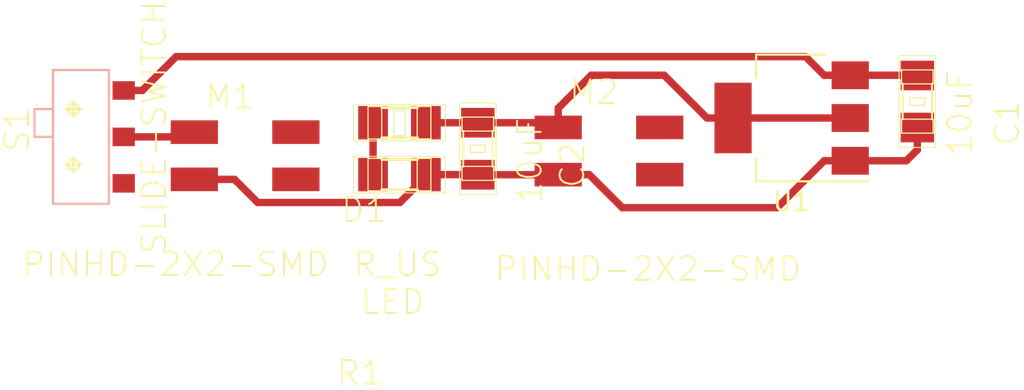
<source format=kicad_pcb>
(kicad_pcb (version 20171130) (host pcbnew 5.0.1-33cea8e~68~ubuntu16.04.1)

  (general
    (thickness 1.6)
    (drawings 0)
    (tracks 40)
    (zones 0)
    (modules 8)
    (nets 11)
  )

  (page A4)
  (layers
    (0 F.Cu signal)
    (31 B.Cu signal)
    (32 B.Adhes user)
    (33 F.Adhes user)
    (34 B.Paste user)
    (35 F.Paste user)
    (36 B.SilkS user)
    (37 F.SilkS user)
    (38 B.Mask user)
    (39 F.Mask user)
    (40 Dwgs.User user)
    (41 Cmts.User user)
    (42 Eco1.User user)
    (43 Eco2.User user)
    (44 Edge.Cuts user)
    (45 Margin user)
    (46 B.CrtYd user)
    (47 F.CrtYd user)
    (48 B.Fab user)
    (49 F.Fab user)
  )

  (setup
    (last_trace_width 0.4)
    (trace_clearance 0.4)
    (zone_clearance 0.508)
    (zone_45_only no)
    (trace_min 0.2)
    (segment_width 0.2)
    (edge_width 0.15)
    (via_size 0.8)
    (via_drill 0.4)
    (via_min_size 0.4)
    (via_min_drill 0.3)
    (uvia_size 0.3)
    (uvia_drill 0.1)
    (uvias_allowed no)
    (uvia_min_size 0.2)
    (uvia_min_drill 0.1)
    (pcb_text_width 0.3)
    (pcb_text_size 1.5 1.5)
    (mod_edge_width 0.15)
    (mod_text_size 1 1)
    (mod_text_width 0.15)
    (pad_size 1.524 1.524)
    (pad_drill 0.762)
    (pad_to_mask_clearance 0.051)
    (solder_mask_min_width 0.25)
    (aux_axis_origin 0 0)
    (visible_elements FFFFFF7F)
    (pcbplotparams
      (layerselection 0x010fc_ffffffff)
      (usegerberextensions false)
      (usegerberattributes false)
      (usegerberadvancedattributes false)
      (creategerberjobfile false)
      (excludeedgelayer true)
      (linewidth 0.100000)
      (plotframeref false)
      (viasonmask false)
      (mode 1)
      (useauxorigin false)
      (hpglpennumber 1)
      (hpglpenspeed 20)
      (hpglpendiameter 15.000000)
      (psnegative false)
      (psa4output false)
      (plotreference true)
      (plotvalue true)
      (plotinvisibletext false)
      (padsonsilk false)
      (subtractmaskfromsilk false)
      (outputformat 1)
      (mirror false)
      (drillshape 1)
      (scaleselection 1)
      (outputdirectory ""))
  )

  (net 0 "")
  (net 1 +5V)
  (net 2 Earth)
  (net 3 "Net-(M2-Pad4)")
  (net 4 "Net-(M2-Pad2)")
  (net 5 "Net-(M1-Pad2)")
  (net 6 "Net-(M1-Pad4)")
  (net 7 /REGULATED)
  (net 8 "Net-(D1-Pad2)")
  (net 9 "Net-(S1-Pad3)")
  (net 10 "Net-(C1-Pad1)")

  (net_class Default "This is the default net class."
    (clearance 0.4)
    (trace_width 0.4)
    (via_dia 0.8)
    (via_drill 0.4)
    (uvia_dia 0.3)
    (uvia_drill 0.1)
    (diff_pair_gap 0.25)
    (diff_pair_width 0.4)
    (add_net +5V)
    (add_net /REGULATED)
    (add_net Earth)
    (add_net "Net-(C1-Pad1)")
    (add_net "Net-(D1-Pad2)")
    (add_net "Net-(M1-Pad2)")
    (add_net "Net-(M1-Pad4)")
    (add_net "Net-(M2-Pad2)")
    (add_net "Net-(M2-Pad4)")
    (add_net "Net-(S1-Pad3)")
  )

  (module fab:fab-2X02SMD (layer F.Cu) (tedit 200000) (tstamp 5C197BB9)
    (at 210.82 155.194)
    (path /5C0D505B)
    (attr smd)
    (fp_text reference M1 (at -0.635 -3.175) (layer F.SilkS)
      (effects (font (size 1.27 1.27) (thickness 0.1016)))
    )
    (fp_text value PINHD-2X2-SMD (at -3.556 5.842) (layer F.SilkS)
      (effects (font (size 1.27 1.27) (thickness 0.1016)))
    )
    (pad 1 smd rect (at -2.54 -1.27) (size 2.54 1.27) (layers F.Cu F.Paste F.Mask)
      (net 1 +5V))
    (pad 2 smd rect (at 2.91846 -1.27) (size 2.54 1.27) (layers F.Cu F.Paste F.Mask)
      (net 5 "Net-(M1-Pad2)"))
    (pad 3 smd rect (at -2.54 1.27) (size 2.54 1.27) (layers F.Cu F.Paste F.Mask)
      (net 2 Earth))
    (pad 4 smd rect (at 2.91846 1.27) (size 2.54 1.27) (layers F.Cu F.Paste F.Mask)
      (net 6 "Net-(M1-Pad4)"))
  )

  (module fab:fab-2X02SMD (layer F.Cu) (tedit 5C1744C3) (tstamp 5C197BC1)
    (at 230.378 154.94)
    (path /5C0D50D3)
    (attr smd)
    (fp_text reference M2 (at -0.635 -3.175) (layer F.SilkS)
      (effects (font (size 1.27 1.27) (thickness 0.1016)))
    )
    (fp_text value PINHD-2X2-SMD (at 2.286 6.35) (layer F.SilkS)
      (effects (font (size 1.27 1.27) (thickness 0.1016)))
    )
    (pad 4 smd rect (at 2.91846 1.27) (size 2.54 1.27) (layers F.Cu F.Paste F.Mask)
      (net 3 "Net-(M2-Pad4)"))
    (pad 3 smd rect (at -2.54 1.27) (size 2.54 1.27) (layers F.Cu F.Paste F.Mask)
      (net 2 Earth))
    (pad 2 smd rect (at 2.91846 -1.27) (size 2.54 1.27) (layers F.Cu F.Paste F.Mask)
      (net 4 "Net-(M2-Pad2)"))
    (pad 1 smd rect (at -2.54 -1.27) (size 2.54 1.27) (layers F.Cu F.Paste F.Mask)
      (net 7 /REGULATED))
  )

  (module fab:fab-LED1206 (layer F.Cu) (tedit 200000) (tstamp 5C1AF18D)
    (at 219.30614 156.21 180)
    (descr "LED 1206 PADS (STANDARD PATTERN)")
    (tags "LED 1206 PADS (STANDARD PATTERN)")
    (path /5C0EAB04)
    (attr smd)
    (fp_text reference D1 (at 1.905 -1.905 180) (layer F.SilkS)
      (effects (font (size 1.27 1.27) (thickness 0.1016)))
    )
    (fp_text value LED (at 0.35814 -6.858 180) (layer F.SilkS)
      (effects (font (size 1.27 1.27) (thickness 0.1016)))
    )
    (fp_line (start -1.6891 0.8763) (end -0.9525 0.8763) (layer F.SilkS) (width 0.06604))
    (fp_line (start -0.9525 0.8763) (end -0.9525 -0.8763) (layer F.SilkS) (width 0.06604))
    (fp_line (start -1.6891 -0.8763) (end -0.9525 -0.8763) (layer F.SilkS) (width 0.06604))
    (fp_line (start -1.6891 0.8763) (end -1.6891 -0.8763) (layer F.SilkS) (width 0.06604))
    (fp_line (start 0.9525 0.8763) (end 1.6891 0.8763) (layer F.SilkS) (width 0.06604))
    (fp_line (start 1.6891 0.8763) (end 1.6891 -0.8763) (layer F.SilkS) (width 0.06604))
    (fp_line (start 0.9525 -0.8763) (end 1.6891 -0.8763) (layer F.SilkS) (width 0.06604))
    (fp_line (start 0.9525 0.8763) (end 0.9525 -0.8763) (layer F.SilkS) (width 0.06604))
    (fp_line (start 0.9525 0.8128) (end -0.9652 0.8128) (layer F.SilkS) (width 0.1524))
    (fp_line (start 0.9525 -0.8128) (end -0.9652 -0.8128) (layer F.SilkS) (width 0.1524))
    (fp_line (start -2.47142 -0.98298) (end 2.47142 -0.98298) (layer F.SilkS) (width 0.0508))
    (fp_line (start 2.47142 -0.98298) (end 2.47142 0.98298) (layer F.SilkS) (width 0.0508))
    (fp_line (start 2.47142 0.98298) (end -2.47142 0.98298) (layer F.SilkS) (width 0.0508))
    (fp_line (start -2.47142 0.98298) (end -2.47142 -0.98298) (layer F.SilkS) (width 0.0508))
    (pad 1 smd rect (at -1.41986 0 180) (size 1.59766 1.80086) (layers F.Cu F.Paste F.Mask)
      (net 2 Earth))
    (pad 2 smd rect (at 1.41986 0 180) (size 1.59766 1.80086) (layers F.Cu F.Paste F.Mask)
      (net 8 "Net-(D1-Pad2)"))
  )

  (module fab:fab-R1206 (layer F.Cu) (tedit 200000) (tstamp 5C1AF1A5)
    (at 219.30614 153.416 180)
    (descr RESISTOR)
    (tags RESISTOR)
    (path /5C0EAC2F)
    (attr smd)
    (fp_text reference R1 (at 2.13614 -13.462 180) (layer F.SilkS)
      (effects (font (size 1.27 1.27) (thickness 0.1016)))
    )
    (fp_text value R_US (at 0.10414 -7.62 180) (layer F.SilkS)
      (effects (font (size 1.27 1.27) (thickness 0.1016)))
    )
    (fp_line (start -1.6891 0.8763) (end -0.9525 0.8763) (layer F.SilkS) (width 0.06604))
    (fp_line (start -0.9525 0.8763) (end -0.9525 -0.8763) (layer F.SilkS) (width 0.06604))
    (fp_line (start -1.6891 -0.8763) (end -0.9525 -0.8763) (layer F.SilkS) (width 0.06604))
    (fp_line (start -1.6891 0.8763) (end -1.6891 -0.8763) (layer F.SilkS) (width 0.06604))
    (fp_line (start 0.9525 0.8763) (end 1.6891 0.8763) (layer F.SilkS) (width 0.06604))
    (fp_line (start 1.6891 0.8763) (end 1.6891 -0.8763) (layer F.SilkS) (width 0.06604))
    (fp_line (start 0.9525 -0.8763) (end 1.6891 -0.8763) (layer F.SilkS) (width 0.06604))
    (fp_line (start 0.9525 0.8763) (end 0.9525 -0.8763) (layer F.SilkS) (width 0.06604))
    (fp_line (start -0.29972 0.6985) (end 0.29972 0.6985) (layer F.SilkS) (width 0.06604))
    (fp_line (start 0.29972 0.6985) (end 0.29972 -0.6985) (layer F.SilkS) (width 0.06604))
    (fp_line (start -0.29972 -0.6985) (end 0.29972 -0.6985) (layer F.SilkS) (width 0.06604))
    (fp_line (start -0.29972 0.6985) (end -0.29972 -0.6985) (layer F.SilkS) (width 0.06604))
    (fp_line (start 0.9525 0.8128) (end -0.9652 0.8128) (layer F.SilkS) (width 0.1524))
    (fp_line (start 0.9525 -0.8128) (end -0.9652 -0.8128) (layer F.SilkS) (width 0.1524))
    (fp_line (start -2.47142 -0.98298) (end 2.47142 -0.98298) (layer F.SilkS) (width 0.0508))
    (fp_line (start 2.47142 -0.98298) (end 2.47142 0.98298) (layer F.SilkS) (width 0.0508))
    (fp_line (start 2.47142 0.98298) (end -2.47142 0.98298) (layer F.SilkS) (width 0.0508))
    (fp_line (start -2.47142 0.98298) (end -2.47142 -0.98298) (layer F.SilkS) (width 0.0508))
    (pad 1 smd rect (at -1.41986 0 180) (size 1.59766 1.80086) (layers F.Cu F.Paste F.Mask)
      (net 7 /REGULATED))
    (pad 2 smd rect (at 1.41986 0 180) (size 1.59766 1.80086) (layers F.Cu F.Paste F.Mask)
      (net 8 "Net-(D1-Pad2)"))
  )

  (module fab:fab-AYZ0102AGRLC (layer F.Cu) (tedit 5C17221C) (tstamp 5C1AF1BB)
    (at 202.184 154.178 90)
    (path /5C0EA66B)
    (attr smd)
    (fp_text reference S1 (at 0.381 -3.429 90) (layer F.SilkS)
      (effects (font (size 1.27 1.27) (thickness 0.1016)))
    )
    (fp_text value SLIDE-SWITCH (at 0.508 3.937 90) (layer F.SilkS)
      (effects (font (size 1.27 1.27) (thickness 0.1016)))
    )
    (fp_line (start -3.59918 1.4986) (end 3.59918 1.4986) (layer B.SilkS) (width 0.127))
    (fp_line (start 3.59918 1.4986) (end 3.59918 -1.4986) (layer B.SilkS) (width 0.127))
    (fp_line (start 3.59918 -1.4986) (end 1.4986 -1.4986) (layer B.SilkS) (width 0.127))
    (fp_line (start 1.4986 -1.4986) (end -1.4986 -1.4986) (layer B.SilkS) (width 0.127))
    (fp_line (start -1.4986 -1.4986) (end -3.59918 -1.4986) (layer B.SilkS) (width 0.127))
    (fp_line (start -3.59918 -1.4986) (end -3.59918 1.4986) (layer B.SilkS) (width 0.127))
    (fp_line (start 0 -1.59766) (end 0 -2.49936) (layer B.SilkS) (width 0.127))
    (fp_line (start 0 -2.49936) (end 1.4986 -2.49936) (layer B.SilkS) (width 0.127))
    (fp_line (start 1.4986 -2.49936) (end 1.4986 -1.4986) (layer B.SilkS) (width 0.127))
    (fp_circle (center -1.4986 -0.39878) (end -1.70942 -0.6096) (layer F.SilkS) (width 0.127))
    (fp_line (start -1.92278 -0.39878) (end -1.07442 -0.39878) (layer F.SilkS) (width 0.127))
    (fp_line (start -1.4986 0.02286) (end -1.4986 -0.82296) (layer F.SilkS) (width 0.127))
    (fp_circle (center 1.4986 -0.39878) (end 1.70942 -0.6096) (layer F.SilkS) (width 0.127))
    (fp_line (start 1.07442 -0.39878) (end 1.92278 -0.39878) (layer F.SilkS) (width 0.127))
    (fp_line (start 1.4986 0.02286) (end 1.4986 -0.82296) (layer F.SilkS) (width 0.127))
    (pad 1 smd rect (at 2.49936 2.2987 90) (size 0.99822 1.19888) (layers F.Cu F.Paste F.Mask)
      (net 10 "Net-(C1-Pad1)"))
    (pad 2 smd rect (at 0 2.2987 90) (size 0.99822 1.19888) (layers F.Cu F.Paste F.Mask)
      (net 1 +5V))
    (pad 3 smd rect (at -2.49936 2.2987 90) (size 0.99822 1.19888) (layers F.Cu F.Paste F.Mask)
      (net 9 "Net-(S1-Pad3)"))
  )

  (module fab:fab-C1206 (layer F.Cu) (tedit 200000) (tstamp 5C23B5B0)
    (at 247.142 152.27554 270)
    (descr CAPACITOR)
    (tags CAPACITOR)
    (path /5C172104)
    (attr smd)
    (fp_text reference C1 (at 1.14554 -4.826 270) (layer F.SilkS)
      (effects (font (size 1.27 1.27) (thickness 0.1016)))
    )
    (fp_text value 10uF (at 0.63754 -2.286 270) (layer F.SilkS)
      (effects (font (size 1.27 1.27) (thickness 0.1016)))
    )
    (fp_line (start -1.7018 0.8509) (end -0.94996 0.8509) (layer F.SilkS) (width 0.06604))
    (fp_line (start -0.94996 0.8509) (end -0.94996 -0.84836) (layer F.SilkS) (width 0.06604))
    (fp_line (start -1.7018 -0.84836) (end -0.94996 -0.84836) (layer F.SilkS) (width 0.06604))
    (fp_line (start -1.7018 0.8509) (end -1.7018 -0.84836) (layer F.SilkS) (width 0.06604))
    (fp_line (start 0.94996 0.84836) (end 1.7018 0.84836) (layer F.SilkS) (width 0.06604))
    (fp_line (start 1.7018 0.84836) (end 1.7018 -0.8509) (layer F.SilkS) (width 0.06604))
    (fp_line (start 0.94996 -0.8509) (end 1.7018 -0.8509) (layer F.SilkS) (width 0.06604))
    (fp_line (start 0.94996 0.84836) (end 0.94996 -0.8509) (layer F.SilkS) (width 0.06604))
    (fp_line (start -0.19812 0.39878) (end 0.19812 0.39878) (layer F.SilkS) (width 0.06604))
    (fp_line (start 0.19812 0.39878) (end 0.19812 -0.39878) (layer F.SilkS) (width 0.06604))
    (fp_line (start -0.19812 -0.39878) (end 0.19812 -0.39878) (layer F.SilkS) (width 0.06604))
    (fp_line (start -0.19812 0.39878) (end -0.19812 -0.39878) (layer F.SilkS) (width 0.06604))
    (fp_line (start -2.47142 -0.98298) (end 2.47142 -0.98298) (layer F.SilkS) (width 0.0508))
    (fp_line (start 2.47142 0.98298) (end -2.47142 0.98298) (layer F.SilkS) (width 0.0508))
    (fp_line (start -2.47142 0.98298) (end -2.47142 -0.98298) (layer F.SilkS) (width 0.0508))
    (fp_line (start 2.47142 -0.98298) (end 2.47142 0.98298) (layer F.SilkS) (width 0.0508))
    (fp_line (start -0.96266 -0.78486) (end 0.96266 -0.78486) (layer F.SilkS) (width 0.1016))
    (fp_line (start -0.96266 0.78486) (end 0.96266 0.78486) (layer F.SilkS) (width 0.1016))
    (pad 1 smd rect (at -1.39954 0 270) (size 1.59766 1.79832) (layers F.Cu F.Paste F.Mask)
      (net 10 "Net-(C1-Pad1)"))
    (pad 2 smd rect (at 1.39954 0 270) (size 1.59766 1.79832) (layers F.Cu F.Paste F.Mask)
      (net 2 Earth))
  )

  (module fab:fab-C1206 (layer F.Cu) (tedit 200000) (tstamp 5C23B5C8)
    (at 223.52 154.81554 270)
    (descr CAPACITOR)
    (tags CAPACITOR)
    (path /5C172915)
    (attr smd)
    (fp_text reference C2 (at 0.89154 -5.08 270) (layer F.SilkS)
      (effects (font (size 1.27 1.27) (thickness 0.1016)))
    )
    (fp_text value 10uF (at 0.63754 -2.794 270) (layer F.SilkS)
      (effects (font (size 1.27 1.27) (thickness 0.1016)))
    )
    (fp_line (start -0.96266 0.78486) (end 0.96266 0.78486) (layer F.SilkS) (width 0.1016))
    (fp_line (start -0.96266 -0.78486) (end 0.96266 -0.78486) (layer F.SilkS) (width 0.1016))
    (fp_line (start 2.47142 -0.98298) (end 2.47142 0.98298) (layer F.SilkS) (width 0.0508))
    (fp_line (start -2.47142 0.98298) (end -2.47142 -0.98298) (layer F.SilkS) (width 0.0508))
    (fp_line (start 2.47142 0.98298) (end -2.47142 0.98298) (layer F.SilkS) (width 0.0508))
    (fp_line (start -2.47142 -0.98298) (end 2.47142 -0.98298) (layer F.SilkS) (width 0.0508))
    (fp_line (start -0.19812 0.39878) (end -0.19812 -0.39878) (layer F.SilkS) (width 0.06604))
    (fp_line (start -0.19812 -0.39878) (end 0.19812 -0.39878) (layer F.SilkS) (width 0.06604))
    (fp_line (start 0.19812 0.39878) (end 0.19812 -0.39878) (layer F.SilkS) (width 0.06604))
    (fp_line (start -0.19812 0.39878) (end 0.19812 0.39878) (layer F.SilkS) (width 0.06604))
    (fp_line (start 0.94996 0.84836) (end 0.94996 -0.8509) (layer F.SilkS) (width 0.06604))
    (fp_line (start 0.94996 -0.8509) (end 1.7018 -0.8509) (layer F.SilkS) (width 0.06604))
    (fp_line (start 1.7018 0.84836) (end 1.7018 -0.8509) (layer F.SilkS) (width 0.06604))
    (fp_line (start 0.94996 0.84836) (end 1.7018 0.84836) (layer F.SilkS) (width 0.06604))
    (fp_line (start -1.7018 0.8509) (end -1.7018 -0.84836) (layer F.SilkS) (width 0.06604))
    (fp_line (start -1.7018 -0.84836) (end -0.94996 -0.84836) (layer F.SilkS) (width 0.06604))
    (fp_line (start -0.94996 0.8509) (end -0.94996 -0.84836) (layer F.SilkS) (width 0.06604))
    (fp_line (start -1.7018 0.8509) (end -0.94996 0.8509) (layer F.SilkS) (width 0.06604))
    (pad 2 smd rect (at 1.39954 0 270) (size 1.59766 1.79832) (layers F.Cu F.Paste F.Mask)
      (net 2 Earth))
    (pad 1 smd rect (at -1.39954 0 270) (size 1.59766 1.79832) (layers F.Cu F.Paste F.Mask)
      (net 7 /REGULATED))
  )

  (module Package_TO_SOT_SMD:SOT-223-3_TabPin2 (layer F.Cu) (tedit 5A02FF57) (tstamp 5C23B5DE)
    (at 240.386 153.162 180)
    (descr "module CMS SOT223 4 pins")
    (tags "CMS SOT")
    (path /5C1723D9)
    (attr smd)
    (fp_text reference U1 (at 0 -4.5 180) (layer F.SilkS)
      (effects (font (size 1 1) (thickness 0.15)))
    )
    (fp_text value NCP1117-5.0_SOT223 (at 0 4.5 180) (layer F.Fab)
      (effects (font (size 1 1) (thickness 0.15)))
    )
    (fp_text user %R (at 0 0 270) (layer F.Fab)
      (effects (font (size 0.8 0.8) (thickness 0.12)))
    )
    (fp_line (start 1.91 3.41) (end 1.91 2.15) (layer F.SilkS) (width 0.12))
    (fp_line (start 1.91 -3.41) (end 1.91 -2.15) (layer F.SilkS) (width 0.12))
    (fp_line (start 4.4 -3.6) (end -4.4 -3.6) (layer F.CrtYd) (width 0.05))
    (fp_line (start 4.4 3.6) (end 4.4 -3.6) (layer F.CrtYd) (width 0.05))
    (fp_line (start -4.4 3.6) (end 4.4 3.6) (layer F.CrtYd) (width 0.05))
    (fp_line (start -4.4 -3.6) (end -4.4 3.6) (layer F.CrtYd) (width 0.05))
    (fp_line (start -1.85 -2.35) (end -0.85 -3.35) (layer F.Fab) (width 0.1))
    (fp_line (start -1.85 -2.35) (end -1.85 3.35) (layer F.Fab) (width 0.1))
    (fp_line (start -1.85 3.41) (end 1.91 3.41) (layer F.SilkS) (width 0.12))
    (fp_line (start -0.85 -3.35) (end 1.85 -3.35) (layer F.Fab) (width 0.1))
    (fp_line (start -4.1 -3.41) (end 1.91 -3.41) (layer F.SilkS) (width 0.12))
    (fp_line (start -1.85 3.35) (end 1.85 3.35) (layer F.Fab) (width 0.1))
    (fp_line (start 1.85 -3.35) (end 1.85 3.35) (layer F.Fab) (width 0.1))
    (pad 2 smd rect (at 3.15 0 180) (size 2 3.8) (layers F.Cu F.Paste F.Mask)
      (net 7 /REGULATED))
    (pad 2 smd rect (at -3.15 0 180) (size 2 1.5) (layers F.Cu F.Paste F.Mask)
      (net 7 /REGULATED))
    (pad 3 smd rect (at -3.15 2.3 180) (size 2 1.5) (layers F.Cu F.Paste F.Mask)
      (net 10 "Net-(C1-Pad1)"))
    (pad 1 smd rect (at -3.15 -2.3 180) (size 2 1.5) (layers F.Cu F.Paste F.Mask)
      (net 2 Earth))
    (model ${KISYS3DMOD}/Package_TO_SOT_SMD.3dshapes/SOT-223.wrl
      (at (xyz 0 0 0))
      (scale (xyz 1 1 1))
      (rotate (xyz 0 0 0))
    )
  )

  (segment (start 208.026 154.178) (end 208.28 153.924) (width 0.4) (layer F.Cu) (net 1))
  (segment (start 204.4827 154.178) (end 208.026 154.178) (width 0.4) (layer F.Cu) (net 1))
  (segment (start 220.726 156.3116) (end 220.726 156.21) (width 0.4) (layer F.Cu) (net 2))
  (segment (start 219.327169 157.710431) (end 220.726 156.3116) (width 0.4) (layer F.Cu) (net 2))
  (segment (start 211.685431 157.710431) (end 219.327169 157.710431) (width 0.4) (layer F.Cu) (net 2))
  (segment (start 210.439 156.464) (end 208.28 156.464) (width 0.4) (layer F.Cu) (net 2))
  (segment (start 211.685431 157.710431) (end 210.439 156.464) (width 0.4) (layer F.Cu) (net 2))
  (segment (start 229.508 156.21) (end 227.838 156.21) (width 0.4) (layer F.Cu) (net 2))
  (segment (start 243.536 155.462) (end 242.136 155.462) (width 0.4) (layer F.Cu) (net 2))
  (segment (start 242.136 155.462) (end 239.61 157.988) (width 0.4) (layer F.Cu) (net 2))
  (segment (start 239.61 157.988) (end 231.286 157.988) (width 0.4) (layer F.Cu) (net 2))
  (segment (start 231.286 157.988) (end 229.508 156.21) (width 0.4) (layer F.Cu) (net 2))
  (segment (start 227.838 153.67) (end 228.473 153.67) (width 0.4) (layer F.Cu) (net 7))
  (segment (start 217.88628 156.21) (end 217.88628 153.416) (width 0.4) (layer F.Cu) (net 8))
  (segment (start 242.136 150.862) (end 243.536 150.862) (width 0.4) (layer F.Cu) (net 10))
  (segment (start 223.51492 156.21) (end 223.52 156.21508) (width 0.4) (layer F.Cu) (net 2))
  (segment (start 220.726 156.21) (end 223.51492 156.21) (width 0.4) (layer F.Cu) (net 2))
  (segment (start 227.83292 156.21508) (end 227.838 156.21) (width 0.4) (layer F.Cu) (net 2))
  (segment (start 223.52 156.21508) (end 227.83292 156.21508) (width 0.4) (layer F.Cu) (net 2))
  (segment (start 247.142 154.87391) (end 247.142 153.67508) (width 0.4) (layer F.Cu) (net 2))
  (segment (start 246.55391 155.462) (end 247.142 154.87391) (width 0.4) (layer F.Cu) (net 2))
  (segment (start 243.536 155.462) (end 246.55391 155.462) (width 0.4) (layer F.Cu) (net 2))
  (segment (start 238.636 153.162) (end 243.536 153.162) (width 0.4) (layer F.Cu) (net 7))
  (segment (start 237.236 153.162) (end 238.636 153.162) (width 0.4) (layer F.Cu) (net 7))
  (segment (start 237.236 153.162) (end 237.236 152.21717) (width 0.4) (layer F.Cu) (net 7))
  (segment (start 236.88167 153.162) (end 237.236 153.162) (width 0.4) (layer F.Cu) (net 7))
  (segment (start 220.726 153.416) (end 223.52 153.416) (width 0.4) (layer F.Cu) (net 7))
  (segment (start 227.584 153.416) (end 227.838 153.67) (width 0.4) (layer F.Cu) (net 7))
  (segment (start 223.52 153.416) (end 227.584 153.416) (width 0.4) (layer F.Cu) (net 7))
  (segment (start 235.836 153.162) (end 237.236 153.162) (width 0.4) (layer F.Cu) (net 7))
  (segment (start 227.838 153.67) (end 227.838 152.635) (width 0.4) (layer F.Cu) (net 7))
  (segment (start 227.838 152.635) (end 229.611 150.862) (width 0.4) (layer F.Cu) (net 7))
  (segment (start 229.611 150.862) (end 233.536 150.862) (width 0.4) (layer F.Cu) (net 7))
  (segment (start 233.536 150.862) (end 235.836 153.162) (width 0.4) (layer F.Cu) (net 7))
  (segment (start 247.128 150.862) (end 247.142 150.876) (width 0.4) (layer F.Cu) (net 10))
  (segment (start 243.536 150.862) (end 247.128 150.862) (width 0.4) (layer F.Cu) (net 10))
  (segment (start 207.30078 149.86) (end 241.134 149.86) (width 0.4) (layer F.Cu) (net 10))
  (segment (start 205.48214 151.67864) (end 207.30078 149.86) (width 0.4) (layer F.Cu) (net 10))
  (segment (start 204.4827 151.67864) (end 205.48214 151.67864) (width 0.4) (layer F.Cu) (net 10))
  (segment (start 241.134 149.86) (end 242.136 150.862) (width 0.4) (layer F.Cu) (net 10))

)

</source>
